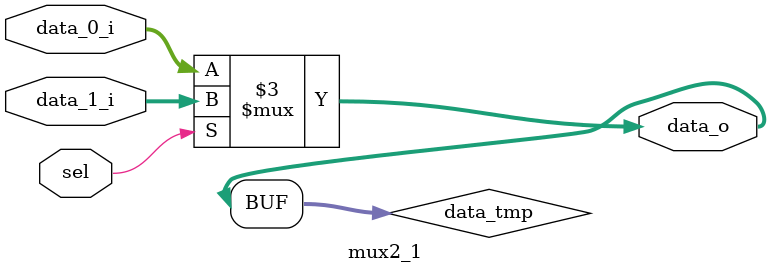
<source format=v>
`timescale 1ns / 1ps

module mux2_1
#(
    parameter       data_width = 8
)
(   input sel,
    input [data_width-1:0]      data_0_i,
    input [data_width-1:0]      data_1_i,
    output[data_width-1:0]      data_o
);

    reg  [data_width-1:0]       data_tmp;

    always @ (*) begin
        if (sel) begin
            data_tmp = data_1_i;
        end
        else begin
            data_tmp = data_0_i;
        end
    end

    assign data_o = data_tmp;
endmodule
</source>
